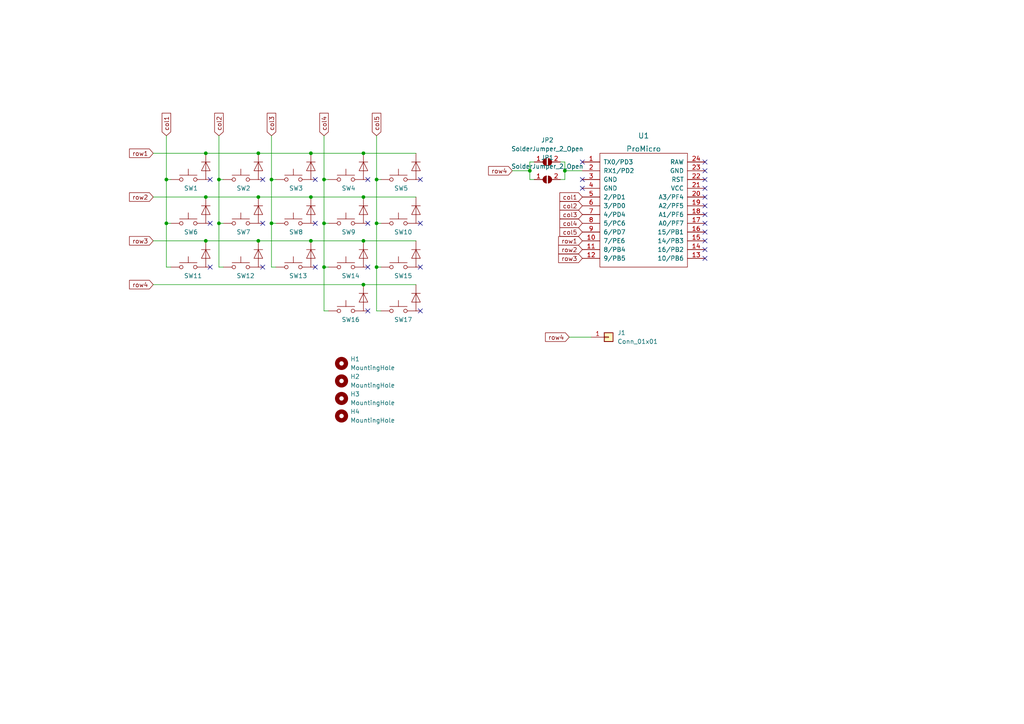
<source format=kicad_sch>
(kicad_sch (version 20211123) (generator eeschema)
  (paper "A4")
  (lib_symbols
    (symbol "Connector_Generic:Conn_01x01" (pin_names (offset 1.016) hide)
      (property "Reference" "J" (at 0 2.54 0))
      (property "Value" "Conn_01x01" (at 0 -2.54 0))
      (symbol "Conn_01x01_1_1"
        (rectangle (start -1.27 0.127) (end 0 -0.127) (stroke (width 0.1524)))
        (rectangle (start -1.27 1.27) (end 1.27 -1.27) (stroke (width 0.254)) (fill (type background)))
        (pin passive line (at -5.08 0 0) (length 3.81) (name "Pin_1") (number "1"))
      )
    )
    (symbol "Jumper:SolderJumper_2_Open" (pin_names (offset 0) hide)
      (property "Reference" "JP" (at 0 2.032 0))
      (property "Value" "SolderJumper_2_Open" (at 0 -2.54 0))
      (symbol "SolderJumper_2_Open_0_1"
        (arc (start -0.254 1.016) (mid -1.27 0) (end -0.254 -1.016))
        (arc (start -0.254 1.016) (mid -1.27 0) (end -0.254 -1.016) (fill (type outline)))
        (polyline (pts (xy -0.254 1.016) (xy -0.254 -1.016)))
        (polyline (pts (xy 0.254 1.016) (xy 0.254 -1.016)))
        (arc (start 0.254 -1.016) (mid 1.27 0) (end 0.254 1.016))
        (arc (start 0.254 -1.016) (mid 1.27 0) (end 0.254 1.016) (fill (type outline)))
      )
      (symbol "SolderJumper_2_Open_1_1"
        (pin passive line (at -3.81 0 0) (length 2.54) (name "A") (number "1"))
        (pin passive line (at 3.81 0 180) (length 2.54) (name "B") (number "2"))
      )
    )
    (symbol "Mechanical:MountingHole" (pin_names (offset 1.016))
      (property "Reference" "H" (at 0 5.08 0))
      (property "Value" "MountingHole" (at 0 3.175 0))
      (symbol "MountingHole_0_1"
        (circle (center 0 0) (radius 1.27) (stroke (width 1.27)))
      )
    )
    (symbol "SW_Diode_Combined_1" (pin_numbers hide) (pin_names (offset 1.016) hide)
      (property "Reference" "SW" (at -2.54 6.35 0))
      (symbol "SW_Diode_Combined_1_0_1"
        (circle (center -2.032 0) (radius 0.508))
        (polyline (pts (xy 0 1.27) (xy 0 3.048)))
        (polyline (pts (xy 2.54 1.27) (xy -2.54 1.27)))
        (polyline (pts (xy 3.81 5.08) (xy 6.35 5.08)))
        (polyline (pts (xy 5.08 0) (xy 2.54 0)))
        (polyline (pts (xy 5.08 2.54) (xy 5.08 5.08)))
        (polyline (pts (xy 5.08 0) (xy 5.08 2.54) (xy 3.81 2.54) (xy 5.08 5.08) (xy 6.35 2.54) (xy 5.08 2.54)))
        (circle (center 2.032 0) (radius 0.508))
        (pin passive line (at -5.08 0 0) (length 2.54) (name "1") (number "1"))
        (pin passive line (at 6.35 0 180) (length 1.27) (name "2") (number "2"))
        (pin passive line (at 5.08 7.62 270) (length 2.54) (name "3") (number "3"))
      )
    )
    (symbol "SW_Diode_Combined_10" (pin_numbers hide) (pin_names (offset 1.016) hide)
      (property "Reference" "SW" (at -2.54 6.35 0))
      (symbol "SW_Diode_Combined_10_0_1"
        (circle (center -2.032 0) (radius 0.508))
        (polyline (pts (xy 0 1.27) (xy 0 3.048)))
        (polyline (pts (xy 2.54 1.27) (xy -2.54 1.27)))
        (polyline (pts (xy 3.81 5.08) (xy 6.35 5.08)))
        (polyline (pts (xy 5.08 0) (xy 2.54 0)))
        (polyline (pts (xy 5.08 2.54) (xy 5.08 5.08)))
        (polyline (pts (xy 5.08 0) (xy 5.08 2.54) (xy 3.81 2.54) (xy 5.08 5.08) (xy 6.35 2.54) (xy 5.08 2.54)))
        (circle (center 2.032 0) (radius 0.508))
        (pin passive line (at -5.08 0 0) (length 2.54) (name "1") (number "1"))
        (pin passive line (at 6.35 0 180) (length 1.27) (name "2") (number "2"))
        (pin passive line (at 5.08 7.62 270) (length 2.54) (name "3") (number "3"))
      )
    )
    (symbol "SW_Diode_Combined_11" (pin_numbers hide) (pin_names (offset 1.016) hide)
      (property "Reference" "SW" (at -2.54 6.35 0))
      (symbol "SW_Diode_Combined_11_0_1"
        (circle (center -2.032 0) (radius 0.508))
        (polyline (pts (xy 0 1.27) (xy 0 3.048)))
        (polyline (pts (xy 2.54 1.27) (xy -2.54 1.27)))
        (polyline (pts (xy 3.81 5.08) (xy 6.35 5.08)))
        (polyline (pts (xy 5.08 0) (xy 2.54 0)))
        (polyline (pts (xy 5.08 2.54) (xy 5.08 5.08)))
        (polyline (pts (xy 5.08 0) (xy 5.08 2.54) (xy 3.81 2.54) (xy 5.08 5.08) (xy 6.35 2.54) (xy 5.08 2.54)))
        (circle (center 2.032 0) (radius 0.508))
        (pin passive line (at -5.08 0 0) (length 2.54) (name "1") (number "1"))
        (pin passive line (at 6.35 0 180) (length 1.27) (name "2") (number "2"))
        (pin passive line (at 5.08 7.62 270) (length 2.54) (name "3") (number "3"))
      )
    )
    (symbol "SW_Diode_Combined_12" (pin_numbers hide) (pin_names (offset 1.016) hide)
      (property "Reference" "SW" (at -2.54 6.35 0))
      (symbol "SW_Diode_Combined_12_0_1"
        (circle (center -2.032 0) (radius 0.508))
        (polyline (pts (xy 0 1.27) (xy 0 3.048)))
        (polyline (pts (xy 2.54 1.27) (xy -2.54 1.27)))
        (polyline (pts (xy 3.81 5.08) (xy 6.35 5.08)))
        (polyline (pts (xy 5.08 0) (xy 2.54 0)))
        (polyline (pts (xy 5.08 2.54) (xy 5.08 5.08)))
        (polyline (pts (xy 5.08 0) (xy 5.08 2.54) (xy 3.81 2.54) (xy 5.08 5.08) (xy 6.35 2.54) (xy 5.08 2.54)))
        (circle (center 2.032 0) (radius 0.508))
        (pin passive line (at -5.08 0 0) (length 2.54) (name "1") (number "1"))
        (pin passive line (at 6.35 0 180) (length 1.27) (name "2") (number "2"))
        (pin passive line (at 5.08 7.62 270) (length 2.54) (name "3") (number "3"))
      )
    )
    (symbol "SW_Diode_Combined_13" (pin_numbers hide) (pin_names (offset 1.016) hide)
      (property "Reference" "SW" (at -2.54 6.35 0))
      (symbol "SW_Diode_Combined_13_0_1"
        (circle (center -2.032 0) (radius 0.508))
        (polyline (pts (xy 0 1.27) (xy 0 3.048)))
        (polyline (pts (xy 2.54 1.27) (xy -2.54 1.27)))
        (polyline (pts (xy 3.81 5.08) (xy 6.35 5.08)))
        (polyline (pts (xy 5.08 0) (xy 2.54 0)))
        (polyline (pts (xy 5.08 2.54) (xy 5.08 5.08)))
        (polyline (pts (xy 5.08 0) (xy 5.08 2.54) (xy 3.81 2.54) (xy 5.08 5.08) (xy 6.35 2.54) (xy 5.08 2.54)))
        (circle (center 2.032 0) (radius 0.508))
        (pin passive line (at -5.08 0 0) (length 2.54) (name "1") (number "1"))
        (pin passive line (at 6.35 0 180) (length 1.27) (name "2") (number "2"))
        (pin passive line (at 5.08 7.62 270) (length 2.54) (name "3") (number "3"))
      )
    )
    (symbol "SW_Diode_Combined_14" (pin_numbers hide) (pin_names (offset 1.016) hide)
      (property "Reference" "SW" (at -2.54 6.35 0))
      (symbol "SW_Diode_Combined_14_0_1"
        (circle (center -2.032 0) (radius 0.508))
        (polyline (pts (xy 0 1.27) (xy 0 3.048)))
        (polyline (pts (xy 2.54 1.27) (xy -2.54 1.27)))
        (polyline (pts (xy 3.81 5.08) (xy 6.35 5.08)))
        (polyline (pts (xy 5.08 0) (xy 2.54 0)))
        (polyline (pts (xy 5.08 2.54) (xy 5.08 5.08)))
        (polyline (pts (xy 5.08 0) (xy 5.08 2.54) (xy 3.81 2.54) (xy 5.08 5.08) (xy 6.35 2.54) (xy 5.08 2.54)))
        (circle (center 2.032 0) (radius 0.508))
        (pin passive line (at -5.08 0 0) (length 2.54) (name "1") (number "1"))
        (pin passive line (at 6.35 0 180) (length 1.27) (name "2") (number "2"))
        (pin passive line (at 5.08 7.62 270) (length 2.54) (name "3") (number "3"))
      )
    )
    (symbol "SW_Diode_Combined_15" (pin_numbers hide) (pin_names (offset 1.016) hide)
      (property "Reference" "SW" (at -2.54 6.35 0))
      (symbol "SW_Diode_Combined_15_0_1"
        (circle (center -2.032 0) (radius 0.508))
        (polyline (pts (xy 0 1.27) (xy 0 3.048)))
        (polyline (pts (xy 2.54 1.27) (xy -2.54 1.27)))
        (polyline (pts (xy 3.81 5.08) (xy 6.35 5.08)))
        (polyline (pts (xy 5.08 0) (xy 2.54 0)))
        (polyline (pts (xy 5.08 2.54) (xy 5.08 5.08)))
        (polyline (pts (xy 5.08 0) (xy 5.08 2.54) (xy 3.81 2.54) (xy 5.08 5.08) (xy 6.35 2.54) (xy 5.08 2.54)))
        (circle (center 2.032 0) (radius 0.508))
        (pin passive line (at -5.08 0 0) (length 2.54) (name "1") (number "1"))
        (pin passive line (at 6.35 0 180) (length 1.27) (name "2") (number "2"))
        (pin passive line (at 5.08 7.62 270) (length 2.54) (name "3") (number "3"))
      )
    )
    (symbol "SW_Diode_Combined_16" (pin_numbers hide) (pin_names (offset 1.016) hide)
      (property "Reference" "SW" (at -2.54 6.35 0))
      (symbol "SW_Diode_Combined_16_0_1"
        (circle (center -2.032 0) (radius 0.508))
        (polyline (pts (xy 0 1.27) (xy 0 3.048)))
        (polyline (pts (xy 2.54 1.27) (xy -2.54 1.27)))
        (polyline (pts (xy 3.81 5.08) (xy 6.35 5.08)))
        (polyline (pts (xy 5.08 0) (xy 2.54 0)))
        (polyline (pts (xy 5.08 2.54) (xy 5.08 5.08)))
        (polyline (pts (xy 5.08 0) (xy 5.08 2.54) (xy 3.81 2.54) (xy 5.08 5.08) (xy 6.35 2.54) (xy 5.08 2.54)))
        (circle (center 2.032 0) (radius 0.508))
        (pin passive line (at -5.08 0 0) (length 2.54) (name "1") (number "1"))
        (pin passive line (at 6.35 0 180) (length 1.27) (name "2") (number "2"))
        (pin passive line (at 5.08 7.62 270) (length 2.54) (name "3") (number "3"))
      )
    )
    (symbol "SW_Diode_Combined_2" (pin_numbers hide) (pin_names (offset 1.016) hide)
      (property "Reference" "SW" (at -2.54 6.35 0))
      (symbol "SW_Diode_Combined_2_0_1"
        (circle (center -2.032 0) (radius 0.508))
        (polyline (pts (xy 0 1.27) (xy 0 3.048)))
        (polyline (pts (xy 2.54 1.27) (xy -2.54 1.27)))
        (polyline (pts (xy 3.81 5.08) (xy 6.35 5.08)))
        (polyline (pts (xy 5.08 0) (xy 2.54 0)))
        (polyline (pts (xy 5.08 2.54) (xy 5.08 5.08)))
        (polyline (pts (xy 5.08 0) (xy 5.08 2.54) (xy 3.81 2.54) (xy 5.08 5.08) (xy 6.35 2.54) (xy 5.08 2.54)))
        (circle (center 2.032 0) (radius 0.508))
        (pin passive line (at -5.08 0 0) (length 2.54) (name "1") (number "1"))
        (pin passive line (at 6.35 0 180) (length 1.27) (name "2") (number "2"))
        (pin passive line (at 5.08 7.62 270) (length 2.54) (name "3") (number "3"))
      )
    )
    (symbol "SW_Diode_Combined_3" (pin_numbers hide) (pin_names (offset 1.016) hide)
      (property "Reference" "SW" (at -2.54 6.35 0))
      (symbol "SW_Diode_Combined_3_0_1"
        (circle (center -2.032 0) (radius 0.508))
        (polyline (pts (xy 0 1.27) (xy 0 3.048)))
        (polyline (pts (xy 2.54 1.27) (xy -2.54 1.27)))
        (polyline (pts (xy 3.81 5.08) (xy 6.35 5.08)))
        (polyline (pts (xy 5.08 0) (xy 2.54 0)))
        (polyline (pts (xy 5.08 2.54) (xy 5.08 5.08)))
        (polyline (pts (xy 5.08 0) (xy 5.08 2.54) (xy 3.81 2.54) (xy 5.08 5.08) (xy 6.35 2.54) (xy 5.08 2.54)))
        (circle (center 2.032 0) (radius 0.508))
        (pin passive line (at -5.08 0 0) (length 2.54) (name "1") (number "1"))
        (pin passive line (at 6.35 0 180) (length 1.27) (name "2") (number "2"))
        (pin passive line (at 5.08 7.62 270) (length 2.54) (name "3") (number "3"))
      )
    )
    (symbol "SW_Diode_Combined_4" (pin_numbers hide) (pin_names (offset 1.016) hide)
      (property "Reference" "SW" (at -2.54 6.35 0))
      (symbol "SW_Diode_Combined_4_0_1"
        (circle (center -2.032 0) (radius 0.508))
        (polyline (pts (xy 0 1.27) (xy 0 3.048)))
        (polyline (pts (xy 2.54 1.27) (xy -2.54 1.27)))
        (polyline (pts (xy 3.81 5.08) (xy 6.35 5.08)))
        (polyline (pts (xy 5.08 0) (xy 2.54 0)))
        (polyline (pts (xy 5.08 2.54) (xy 5.08 5.08)))
        (polyline (pts (xy 5.08 0) (xy 5.08 2.54) (xy 3.81 2.54) (xy 5.08 5.08) (xy 6.35 2.54) (xy 5.08 2.54)))
        (circle (center 2.032 0) (radius 0.508))
        (pin passive line (at -5.08 0 0) (length 2.54) (name "1") (number "1"))
        (pin passive line (at 6.35 0 180) (length 1.27) (name "2") (number "2"))
        (pin passive line (at 5.08 7.62 270) (length 2.54) (name "3") (number "3"))
      )
    )
    (symbol "SW_Diode_Combined_5" (pin_numbers hide) (pin_names (offset 1.016) hide)
      (property "Reference" "SW" (at -2.54 6.35 0))
      (symbol "SW_Diode_Combined_5_0_1"
        (circle (center -2.032 0) (radius 0.508))
        (polyline (pts (xy 0 1.27) (xy 0 3.048)))
        (polyline (pts (xy 2.54 1.27) (xy -2.54 1.27)))
        (polyline (pts (xy 3.81 5.08) (xy 6.35 5.08)))
        (polyline (pts (xy 5.08 0) (xy 2.54 0)))
        (polyline (pts (xy 5.08 2.54) (xy 5.08 5.08)))
        (polyline (pts (xy 5.08 0) (xy 5.08 2.54) (xy 3.81 2.54) (xy 5.08 5.08) (xy 6.35 2.54) (xy 5.08 2.54)))
        (circle (center 2.032 0) (radius 0.508))
        (pin passive line (at -5.08 0 0) (length 2.54) (name "1") (number "1"))
        (pin passive line (at 6.35 0 180) (length 1.27) (name "2") (number "2"))
        (pin passive line (at 5.08 7.62 270) (length 2.54) (name "3") (number "3"))
      )
    )
    (symbol "SW_Diode_Combined_6" (pin_numbers hide) (pin_names (offset 1.016) hide)
      (property "Reference" "SW" (at -2.54 6.35 0))
      (symbol "SW_Diode_Combined_6_0_1"
        (circle (center -2.032 0) (radius 0.508))
        (polyline (pts (xy 0 1.27) (xy 0 3.048)))
        (polyline (pts (xy 2.54 1.27) (xy -2.54 1.27)))
        (polyline (pts (xy 3.81 5.08) (xy 6.35 5.08)))
        (polyline (pts (xy 5.08 0) (xy 2.54 0)))
        (polyline (pts (xy 5.08 2.54) (xy 5.08 5.08)))
        (polyline (pts (xy 5.08 0) (xy 5.08 2.54) (xy 3.81 2.54) (xy 5.08 5.08) (xy 6.35 2.54) (xy 5.08 2.54)))
        (circle (center 2.032 0) (radius 0.508))
        (pin passive line (at -5.08 0 0) (length 2.54) (name "1") (number "1"))
        (pin passive line (at 6.35 0 180) (length 1.27) (name "2") (number "2"))
        (pin passive line (at 5.08 7.62 270) (length 2.54) (name "3") (number "3"))
      )
    )
    (symbol "SW_Diode_Combined_7" (pin_numbers hide) (pin_names (offset 1.016) hide)
      (property "Reference" "SW" (at -2.54 6.35 0))
      (symbol "SW_Diode_Combined_7_0_1"
        (circle (center -2.032 0) (radius 0.508))
        (polyline (pts (xy 0 1.27) (xy 0 3.048)))
        (polyline (pts (xy 2.54 1.27) (xy -2.54 1.27)))
        (polyline (pts (xy 3.81 5.08) (xy 6.35 5.08)))
        (polyline (pts (xy 5.08 0) (xy 2.54 0)))
        (polyline (pts (xy 5.08 2.54) (xy 5.08 5.08)))
        (polyline (pts (xy 5.08 0) (xy 5.08 2.54) (xy 3.81 2.54) (xy 5.08 5.08) (xy 6.35 2.54) (xy 5.08 2.54)))
        (circle (center 2.032 0) (radius 0.508))
        (pin passive line (at -5.08 0 0) (length 2.54) (name "1") (number "1"))
        (pin passive line (at 6.35 0 180) (length 1.27) (name "2") (number "2"))
        (pin passive line (at 5.08 7.62 270) (length 2.54) (name "3") (number "3"))
      )
    )
    (symbol "SW_Diode_Combined_8" (pin_numbers hide) (pin_names (offset 1.016) hide)
      (property "Reference" "SW" (at -2.54 6.35 0))
      (symbol "SW_Diode_Combined_8_0_1"
        (circle (center -2.032 0) (radius 0.508))
        (polyline (pts (xy 0 1.27) (xy 0 3.048)))
        (polyline (pts (xy 2.54 1.27) (xy -2.54 1.27)))
        (polyline (pts (xy 3.81 5.08) (xy 6.35 5.08)))
        (polyline (pts (xy 5.08 0) (xy 2.54 0)))
        (polyline (pts (xy 5.08 2.54) (xy 5.08 5.08)))
        (polyline (pts (xy 5.08 0) (xy 5.08 2.54) (xy 3.81 2.54) (xy 5.08 5.08) (xy 6.35 2.54) (xy 5.08 2.54)))
        (circle (center 2.032 0) (radius 0.508))
        (pin passive line (at -5.08 0 0) (length 2.54) (name "1") (number "1"))
        (pin passive line (at 6.35 0 180) (length 1.27) (name "2") (number "2"))
        (pin passive line (at 5.08 7.62 270) (length 2.54) (name "3") (number "3"))
      )
    )
    (symbol "SW_Diode_Combined_9" (pin_numbers hide) (pin_names (offset 1.016) hide)
      (property "Reference" "SW" (at -2.54 6.35 0))
      (symbol "SW_Diode_Combined_9_0_1"
        (circle (center -2.032 0) (radius 0.508))
        (polyline (pts (xy 0 1.27) (xy 0 3.048)))
        (polyline (pts (xy 2.54 1.27) (xy -2.54 1.27)))
        (polyline (pts (xy 3.81 5.08) (xy 6.35 5.08)))
        (polyline (pts (xy 5.08 0) (xy 2.54 0)))
        (polyline (pts (xy 5.08 2.54) (xy 5.08 5.08)))
        (polyline (pts (xy 5.08 0) (xy 5.08 2.54) (xy 3.81 2.54) (xy 5.08 5.08) (xy 6.35 2.54) (xy 5.08 2.54)))
        (circle (center 2.032 0) (radius 0.508))
        (pin passive line (at -5.08 0 0) (length 2.54) (name "1") (number "1"))
        (pin passive line (at 6.35 0 180) (length 1.27) (name "2") (number "2"))
        (pin passive line (at 5.08 7.62 270) (length 2.54) (name "3") (number "3"))
      )
    )
    (symbol "dotleon:SW_Diode_Combined" (pin_numbers hide) (pin_names (offset 1.016) hide)
      (property "Reference" "SW" (at -2.54 6.35 0))
      (symbol "SW_Diode_Combined_0_1"
        (circle (center -2.032 0) (radius 0.508))
        (polyline (pts (xy 0 1.27) (xy 0 3.048)))
        (polyline (pts (xy 2.54 1.27) (xy -2.54 1.27)))
        (polyline (pts (xy 3.81 5.08) (xy 6.35 5.08)))
        (polyline (pts (xy 5.08 0) (xy 2.54 0)))
        (polyline (pts (xy 5.08 2.54) (xy 5.08 5.08)))
        (polyline (pts (xy 5.08 0) (xy 5.08 2.54) (xy 3.81 2.54) (xy 5.08 5.08) (xy 6.35 2.54) (xy 5.08 2.54)))
        (circle (center 2.032 0) (radius 0.508))
        (pin passive line (at -5.08 0 0) (length 2.54) (name "1") (number "1"))
        (pin passive line (at 6.35 0 180) (length 1.27) (name "2") (number "2"))
        (pin passive line (at 5.08 7.62 270) (length 2.54) (name "3") (number "3"))
      )
    )
    (symbol "keebio:ProMicro" (pin_names (offset 1.016))
      (property "Reference" "U" (at 0 0 0))
      (property "Value" "ProMicro" (at 0 -19.05 0))
      (symbol "ProMicro_0_1"
        (rectangle (start -12.7 -16.51) (end 12.7 16.51))
      )
      (symbol "ProMicro_1_1"
        (pin input line (at -17.78 13.97 0) (length 5.08) (name "TX0/PD3") (number "1"))
        (pin input line (at -17.78 -8.89 0) (length 5.08) (name "7/PE6") (number "10"))
        (pin input line (at -17.78 -11.43 0) (length 5.08) (name "8/PB4") (number "11"))
        (pin input line (at -17.78 -13.97 0) (length 5.08) (name "9/PB5") (number "12"))
        (pin input line (at 17.78 -13.97 180) (length 5.08) (name "10/PB6") (number "13"))
        (pin input line (at 17.78 -11.43 180) (length 5.08) (name "16/PB2") (number "14"))
        (pin input line (at 17.78 -8.89 180) (length 5.08) (name "14/PB3") (number "15"))
        (pin input line (at 17.78 -6.35 180) (length 5.08) (name "15/PB1") (number "16"))
        (pin input line (at 17.78 -3.81 180) (length 5.08) (name "A0/PF7") (number "17"))
        (pin input line (at 17.78 -1.27 180) (length 5.08) (name "A1/PF6") (number "18"))
        (pin input line (at 17.78 1.27 180) (length 5.08) (name "A2/PF5") (number "19"))
        (pin input line (at -17.78 11.43 0) (length 5.08) (name "RX1/PD2") (number "2"))
        (pin input line (at 17.78 3.81 180) (length 5.08) (name "A3/PF4") (number "20"))
        (pin input line (at 17.78 6.35 180) (length 5.08) (name "VCC") (number "21"))
        (pin input line (at 17.78 8.89 180) (length 5.08) (name "RST") (number "22"))
        (pin input line (at 17.78 11.43 180) (length 5.08) (name "GND") (number "23"))
        (pin input line (at 17.78 13.97 180) (length 5.08) (name "RAW") (number "24"))
        (pin input line (at -17.78 8.89 0) (length 5.08) (name "GND") (number "3"))
        (pin input line (at -17.78 6.35 0) (length 5.08) (name "GND") (number "4"))
        (pin input line (at -17.78 3.81 0) (length 5.08) (name "2/PD1") (number "5"))
        (pin input line (at -17.78 1.27 0) (length 5.08) (name "3/PD0") (number "6"))
        (pin input line (at -17.78 -1.27 0) (length 5.08) (name "4/PD4") (number "7"))
        (pin input line (at -17.78 -3.81 0) (length 5.08) (name "5/PC6") (number "8"))
        (pin input line (at -17.78 -6.35 0) (length 5.08) (name "6/PD7") (number "9"))
      )
    )
  )
  (junction (at 93.98 64.77))
  (junction (at 109.22 52.07))
  (junction (at 105.41 44.45))
  (junction (at 90.17 69.85))
  (junction (at 90.17 57.15))
  (junction (at 90.17 44.45))
  (junction (at 78.74 64.77))
  (junction (at 109.22 77.47))
  (junction (at 74.93 44.45))
  (junction (at 59.69 44.45))
  (junction (at 63.5 52.07))
  (junction (at 105.41 57.15))
  (junction (at 93.98 77.47))
  (junction (at 59.69 57.15))
  (junction (at 163.83 49.53))
  (junction (at 48.26 52.07))
  (junction (at 93.98 52.07))
  (junction (at 59.69 69.85))
  (junction (at 48.26 64.77))
  (junction (at 74.93 57.15))
  (junction (at 78.74 52.07))
  (junction (at 74.93 69.85))
  (junction (at 63.5 64.77))
  (junction (at 109.22 64.77))
  (junction (at 153.67 49.53))
  (junction (at 105.41 82.55))
  (junction (at 105.41 69.85))
  (no_connect (at 204.47 59.69))
  (no_connect (at 204.47 62.23))
  (no_connect (at 204.47 64.77))
  (no_connect (at 204.47 67.31))
  (no_connect (at 204.47 69.85))
  (no_connect (at 204.47 72.39))
  (no_connect (at 204.47 74.93))
  (no_connect (at 204.47 46.99))
  (no_connect (at 204.47 49.53))
  (no_connect (at 204.47 52.07))
  (no_connect (at 204.47 54.61))
  (no_connect (at 204.47 57.15))
  (no_connect (at 168.91 54.61))
  (no_connect (at 168.91 46.99))
  (no_connect (at 168.91 52.07))
  (no_connect (at 91.44 52.07))
  (no_connect (at 76.2 52.07))
  (no_connect (at 76.2 64.77))
  (no_connect (at 91.44 64.77))
  (no_connect (at 106.68 64.77))
  (no_connect (at 106.68 52.07))
  (no_connect (at 121.92 77.47))
  (no_connect (at 121.92 52.07))
  (no_connect (at 121.92 64.77))
  (no_connect (at 106.68 77.47))
  (no_connect (at 106.68 90.17))
  (no_connect (at 121.92 90.17))
  (no_connect (at 60.96 52.07))
  (no_connect (at 60.96 64.77))
  (no_connect (at 60.96 77.47))
  (no_connect (at 76.2 77.47))
  (no_connect (at 91.44 77.47))
  (wire (pts (xy 78.74 39.37) (xy 78.74 52.07)))
  (wire (pts (xy 93.98 39.37) (xy 93.98 52.07)))
  (wire (pts (xy 105.41 82.55) (xy 120.65 82.55)))
  (wire (pts (xy 63.5 52.07) (xy 64.77 52.07)))
  (wire (pts (xy 78.74 52.07) (xy 80.01 52.07)))
  (wire (pts (xy 78.74 52.07) (xy 78.74 64.77)))
  (wire (pts (xy 48.26 52.07) (xy 48.26 64.77)))
  (wire (pts (xy 109.22 52.07) (xy 109.22 64.77)))
  (wire (pts (xy 63.5 39.37) (xy 63.5 52.07)))
  (wire (pts (xy 163.83 49.53) (xy 163.83 46.99)))
  (wire (pts (xy 163.83 49.53) (xy 163.83 52.07)))
  (wire (pts (xy 44.45 57.15) (xy 59.69 57.15)))
  (wire (pts (xy 93.98 64.77) (xy 93.98 77.47)))
  (wire (pts (xy 109.22 64.77) (xy 110.49 64.77)))
  (wire (pts (xy 48.26 77.47) (xy 49.53 77.47)))
  (wire (pts (xy 63.5 52.07) (xy 63.5 64.77)))
  (wire (pts (xy 90.17 69.85) (xy 105.41 69.85)))
  (wire (pts (xy 153.67 52.07) (xy 153.67 49.53)))
  (wire (pts (xy 93.98 52.07) (xy 95.25 52.07)))
  (wire (pts (xy 93.98 52.07) (xy 93.98 64.77)))
  (wire (pts (xy 165.1 97.79) (xy 171.45 97.79)))
  (wire (pts (xy 105.41 69.85) (xy 120.65 69.85)))
  (wire (pts (xy 109.22 90.17) (xy 110.49 90.17)))
  (wire (pts (xy 105.41 57.15) (xy 120.65 57.15)))
  (wire (pts (xy 48.26 64.77) (xy 49.53 64.77)))
  (wire (pts (xy 59.69 44.45) (xy 74.93 44.45)))
  (wire (pts (xy 48.26 52.07) (xy 49.53 52.07)))
  (wire (pts (xy 63.5 64.77) (xy 63.5 77.47)))
  (wire (pts (xy 44.45 44.45) (xy 59.69 44.45)))
  (wire (pts (xy 105.41 44.45) (xy 120.65 44.45)))
  (wire (pts (xy 48.26 39.37) (xy 48.26 52.07)))
  (wire (pts (xy 109.22 39.37) (xy 109.22 52.07)))
  (wire (pts (xy 44.45 69.85) (xy 59.69 69.85)))
  (wire (pts (xy 109.22 64.77) (xy 109.22 77.47)))
  (wire (pts (xy 74.93 57.15) (xy 90.17 57.15)))
  (wire (pts (xy 59.69 57.15) (xy 74.93 57.15)))
  (wire (pts (xy 109.22 52.07) (xy 110.49 52.07)))
  (wire (pts (xy 74.93 69.85) (xy 90.17 69.85)))
  (wire (pts (xy 109.22 77.47) (xy 110.49 77.47)))
  (wire (pts (xy 78.74 64.77) (xy 80.01 64.77)))
  (wire (pts (xy 63.5 77.47) (xy 64.77 77.47)))
  (wire (pts (xy 163.83 52.07) (xy 162.56 52.07)))
  (wire (pts (xy 59.69 69.85) (xy 74.93 69.85)))
  (wire (pts (xy 154.94 46.99) (xy 153.67 46.99)))
  (wire (pts (xy 78.74 77.47) (xy 80.01 77.47)))
  (wire (pts (xy 90.17 44.45) (xy 105.41 44.45)))
  (wire (pts (xy 44.45 82.55) (xy 105.41 82.55)))
  (wire (pts (xy 78.74 64.77) (xy 78.74 77.47)))
  (wire (pts (xy 48.26 64.77) (xy 48.26 77.47)))
  (wire (pts (xy 74.93 44.45) (xy 90.17 44.45)))
  (wire (pts (xy 93.98 64.77) (xy 95.25 64.77)))
  (wire (pts (xy 93.98 90.17) (xy 95.25 90.17)))
  (wire (pts (xy 162.56 46.99) (xy 163.83 46.99)))
  (wire (pts (xy 109.22 77.47) (xy 109.22 90.17)))
  (wire (pts (xy 90.17 57.15) (xy 105.41 57.15)))
  (wire (pts (xy 93.98 77.47) (xy 93.98 90.17)))
  (wire (pts (xy 153.67 46.99) (xy 153.67 49.53)))
  (wire (pts (xy 93.98 77.47) (xy 95.25 77.47)))
  (wire (pts (xy 153.67 49.53) (xy 148.59 49.53)))
  (wire (pts (xy 168.91 49.53) (xy 163.83 49.53)))
  (wire (pts (xy 63.5 64.77) (xy 64.77 64.77)))
  (wire (pts (xy 154.94 52.07) (xy 153.67 52.07)))
  (global_label "row1" (shape input) (at 44.45 44.45 180) (property "Intersheet References" "${INTERSHEET_REFS}" (effects hide)))
  (global_label "col1" (shape input) (at 168.91 57.15 180) (property "Intersheet References" "${INTERSHEET_REFS}" (effects hide)))
  (global_label "col2" (shape input) (at 63.5 39.37 90) (property "Intersheet References" "${INTERSHEET_REFS}" (effects hide)))
  (global_label "col4" (shape input) (at 93.98 39.37 90) (property "Intersheet References" "${INTERSHEET_REFS}" (effects hide)))
  (global_label "col1" (shape input) (at 48.26 39.37 90) (property "Intersheet References" "${INTERSHEET_REFS}" (effects hide)))
  (global_label "col4" (shape input) (at 168.91 64.77 180) (property "Intersheet References" "${INTERSHEET_REFS}" (effects hide)))
  (global_label "col2" (shape input) (at 168.91 59.69 180) (property "Intersheet References" "${INTERSHEET_REFS}" (effects hide)))
  (global_label "row3" (shape input) (at 44.45 69.85 180) (property "Intersheet References" "${INTERSHEET_REFS}" (effects hide)))
  (global_label "row2" (shape input) (at 168.91 72.39 180) (property "Intersheet References" "${INTERSHEET_REFS}" (effects hide)))
  (global_label "row3" (shape input) (at 168.91 74.93 180) (property "Intersheet References" "${INTERSHEET_REFS}" (effects hide)))
  (global_label "col5" (shape input) (at 168.91 67.31 180) (property "Intersheet References" "${INTERSHEET_REFS}" (effects hide)))
  (global_label "col5" (shape input) (at 109.22 39.37 90) (property "Intersheet References" "${INTERSHEET_REFS}" (effects hide)))
  (global_label "row4" (shape input) (at 165.1 97.79 180) (property "Intersheet References" "${INTERSHEET_REFS}" (effects hide)))
  (global_label "col3" (shape input) (at 168.91 62.23 180) (property "Intersheet References" "${INTERSHEET_REFS}" (effects hide)))
  (global_label "col3" (shape input) (at 78.74 39.37 90) (property "Intersheet References" "${INTERSHEET_REFS}" (effects hide)))
  (global_label "row4" (shape input) (at 44.45 82.55 180) (property "Intersheet References" "${INTERSHEET_REFS}" (effects hide)))
  (global_label "row1" (shape input) (at 168.91 69.85 180) (property "Intersheet References" "${INTERSHEET_REFS}" (effects hide)))
  (global_label "row2" (shape input) (at 44.45 57.15 180) (property "Intersheet References" "${INTERSHEET_REFS}" (effects hide)))
  (global_label "row4" (shape input) (at 148.59 49.53 180) (property "Intersheet References" "${INTERSHEET_REFS}" (effects hide)))
  (symbol (lib_id "Mechanical:MountingHole") (at 99.06 120.65 0) (unit 1)
    (property "Reference" "H4" (at 101.6 119.3799 0) (effects (justify left)))
    (property "Value" "MountingHole" (at 101.6 121.9199 0) (effects (justify left)))
    (property "Footprint" "MountingHole:MountingHole_2.2mm_M2_Pad_Via" (effects hide))
  )
  (symbol (lib_name "SW_Diode_Combined_5") (lib_id "dotleon:SW_Diode_Combined") (at 100.33 64.77 0) (unit 1)
    (property "Reference" "SW9" (at 99.06 67.31 0) (effects (justify left)))
    (property "Value" "SW_Diode_Combined" (effects hide))
    (property "Footprint" "dotleon:SW_MX_GATLP_CHOC_reversible" (effects hide))
  )
  (symbol (lib_name "SW_Diode_Combined_13") (lib_id "dotleon:SW_Diode_Combined") (at 54.61 52.07 0) (unit 1)
    (property "Reference" "SW1" (at 53.34 54.61 0) (effects (justify left)))
    (property "Value" "SW_Diode_Combined" (effects hide))
    (property "Footprint" "dotleon:SW_MX_GATLP_CHOC_reversible" (effects hide))
  )
  (symbol (lib_name "SW_Diode_Combined_6") (lib_id "dotleon:SW_Diode_Combined") (at 100.33 52.07 0) (unit 1)
    (property "Reference" "SW4" (at 99.06 54.61 0) (effects (justify left)))
    (property "Value" "SW_Diode_Combined" (effects hide))
    (property "Footprint" "dotleon:SW_MX_GATLP_CHOC_reversible" (effects hide))
  )
  (symbol (lib_id "Mechanical:MountingHole") (at 99.06 105.41 0) (unit 1)
    (property "Reference" "H1" (at 101.6 104.1399 0) (effects (justify left)))
    (property "Value" "MountingHole" (at 101.6 106.6799 0) (effects (justify left)))
    (property "Footprint" "MountingHole:MountingHole_2.2mm_M2_Pad_Via" (effects hide))
  )
  (symbol (lib_id "Jumper:SolderJumper_2_Open") (at 158.75 46.99 0) (unit 1)
    (property "Reference" "JP2" (at 158.75 40.64 0))
    (property "Value" "SolderJumper_2_Open" (at 158.75 43.18 0))
    (property "Footprint" "Jumper:SolderJumper-2_P1.3mm_Open_TrianglePad1.0x1.5mm" (effects hide))
  )
  (symbol (lib_name "SW_Diode_Combined_16") (lib_id "dotleon:SW_Diode_Combined") (at 69.85 77.47 0) (unit 1)
    (property "Reference" "SW12" (at 68.58 80.01 0) (effects (justify left)))
    (property "Value" "SW_Diode_Combined" (effects hide))
    (property "Footprint" "dotleon:SW_MX_GATLP_CHOC_reversible" (effects hide))
  )
  (symbol (lib_name "SW_Diode_Combined_7") (lib_id "dotleon:SW_Diode_Combined") (at 115.57 77.47 0) (unit 1)
    (property "Reference" "SW15" (at 114.3 80.01 0) (effects (justify left)))
    (property "Value" "SW_Diode_Combined" (effects hide))
    (property "Footprint" "dotleon:SW_MX_GATLP_CHOC_reversible" (effects hide))
  )
  (symbol (lib_name "SW_Diode_Combined_9") (lib_id "dotleon:SW_Diode_Combined") (at 100.33 90.17 0) (unit 1)
    (property "Reference" "SW16" (at 99.06 92.71 0) (effects (justify left)))
    (property "Value" "SW_Diode_Combined" (effects hide))
    (property "Footprint" "dotleon:SW_MX_GATLP_CHOC_reversible" (effects hide))
  )
  (symbol (lib_id "dotleon:SW_Diode_Combined") (at 85.09 77.47 0) (unit 1)
    (property "Reference" "SW13" (at 83.82 80.01 0) (effects (justify left)))
    (property "Value" "SW_Diode_Combined" (effects hide))
    (property "Footprint" "dotleon:SW_MX_GATLP_CHOC_reversible" (effects hide))
  )
  (symbol (lib_name "SW_Diode_Combined_2") (lib_id "dotleon:SW_Diode_Combined") (at 85.09 52.07 0) (unit 1)
    (property "Reference" "SW3" (at 83.82 54.61 0) (effects (justify left)))
    (property "Value" "SW_Diode_Combined" (effects hide))
    (property "Footprint" "dotleon:SW_MX_GATLP_CHOC_reversible" (effects hide))
  )
  (symbol (lib_name "SW_Diode_Combined_11") (lib_id "dotleon:SW_Diode_Combined") (at 69.85 52.07 0) (unit 1)
    (property "Reference" "SW2" (at 68.58 54.61 0) (effects (justify left)))
    (property "Value" "SW_Diode_Combined" (effects hide))
    (property "Footprint" "dotleon:SW_MX_GATLP_CHOC_reversible" (effects hide))
  )
  (symbol (lib_name "SW_Diode_Combined_10") (lib_id "dotleon:SW_Diode_Combined") (at 100.33 77.47 0) (unit 1)
    (property "Reference" "SW14" (at 99.06 80.01 0) (effects (justify left)))
    (property "Value" "SW_Diode_Combined" (effects hide))
    (property "Footprint" "dotleon:SW_MX_GATLP_CHOC_reversible" (effects hide))
  )
  (symbol (lib_name "SW_Diode_Combined_15") (lib_id "dotleon:SW_Diode_Combined") (at 54.61 77.47 0) (unit 1)
    (property "Reference" "SW11" (at 53.34 80.01 0) (effects (justify left)))
    (property "Value" "SW_Diode_Combined" (effects hide))
    (property "Footprint" "dotleon:SW_MX_GATLP_CHOC_reversible_sideofpcb" (effects hide))
  )
  (symbol (lib_name "SW_Diode_Combined_1") (lib_id "dotleon:SW_Diode_Combined") (at 115.57 64.77 0) (unit 1)
    (property "Reference" "SW10" (at 114.3 67.31 0) (effects (justify left)))
    (property "Value" "SW_Diode_Combined" (effects hide))
    (property "Footprint" "dotleon:SW_MX_GATLP_CHOC_reversible" (effects hide))
  )
  (symbol (lib_name "SW_Diode_Combined_4") (lib_id "dotleon:SW_Diode_Combined") (at 115.57 52.07 0) (unit 1)
    (property "Reference" "SW5" (at 114.3 54.61 0) (effects (justify left)))
    (property "Value" "SW_Diode_Combined" (effects hide))
    (property "Footprint" "dotleon:SW_MX_GATLP_CHOC_reversible" (effects hide))
  )
  (symbol (lib_name "SW_Diode_Combined_8") (lib_id "dotleon:SW_Diode_Combined") (at 115.57 90.17 0) (unit 1)
    (property "Reference" "SW17" (at 114.3 92.71 0) (effects (justify left)))
    (property "Value" "SW_Diode_Combined" (effects hide))
    (property "Footprint" "dotleon:SW_MX_GATLP_CHOC_reversible" (effects hide))
  )
  (symbol (lib_id "Jumper:SolderJumper_2_Open") (at 158.75 52.07 0) (unit 1)
    (property "Reference" "JP1" (at 158.75 45.72 0))
    (property "Value" "SolderJumper_2_Open" (at 158.75 48.26 0))
    (property "Footprint" "Jumper:SolderJumper-2_P1.3mm_Open_TrianglePad1.0x1.5mm" (effects hide))
  )
  (symbol (lib_name "SW_Diode_Combined_3") (lib_id "dotleon:SW_Diode_Combined") (at 85.09 64.77 0) (unit 1)
    (property "Reference" "SW8" (at 83.82 67.31 0) (effects (justify left)))
    (property "Value" "SW_Diode_Combined" (effects hide))
    (property "Footprint" "dotleon:SW_MX_GATLP_CHOC_reversible" (effects hide))
  )
  (symbol (lib_id "Connector_Generic:Conn_01x01") (at 176.53 97.79 0) (unit 1)
    (property "Reference" "J1" (at 179.07 96.5199 0) (effects (justify left)))
    (property "Value" "Conn_01x01" (at 179.07 99.0599 0) (effects (justify left)))
    (property "Footprint" "Connector_Wire:SolderWire-0.1sqmm_1x01_D0.4mm_OD1mm" (effects hide))
  )
  (symbol (lib_id "Mechanical:MountingHole") (at 99.06 110.49 0) (unit 1)
    (property "Reference" "H2" (at 101.6 109.2199 0) (effects (justify left)))
    (property "Value" "MountingHole" (at 101.6 111.7599 0) (effects (justify left)))
    (property "Footprint" "MountingHole:MountingHole_2.2mm_M2_Pad_Via" (effects hide))
  )
  (symbol (lib_id "Mechanical:MountingHole") (at 99.06 115.57 0) (unit 1)
    (property "Reference" "H3" (at 101.6 114.2999 0) (effects (justify left)))
    (property "Value" "MountingHole" (at 101.6 116.8399 0) (effects (justify left)))
    (property "Footprint" "MountingHole:MountingHole_2.2mm_M2_Pad_Via" (effects hide))
  )
  (symbol (lib_name "SW_Diode_Combined_12") (lib_id "dotleon:SW_Diode_Combined") (at 69.85 64.77 0) (unit 1)
    (property "Reference" "SW7" (at 68.58 67.31 0) (effects (justify left)))
    (property "Value" "SW_Diode_Combined" (effects hide))
    (property "Footprint" "dotleon:SW_MX_GATLP_CHOC_reversible" (effects hide))
  )
  (symbol (lib_id "keebio:ProMicro") (at 186.69 60.96 0) (unit 1)
    (property "Reference" "U1" (at 186.69 39.37 0) (effects (font (size 1.524 1.524))))
    (property "Value" "ProMicro" (at 186.69 43.18 0) (effects (font (size 1.524 1.524))))
    (property "Footprint" "dotleon:promicro_half" (effects hide))
  )
  (symbol (lib_name "SW_Diode_Combined_14") (lib_id "dotleon:SW_Diode_Combined") (at 54.61 64.77 0) (unit 1)
    (property "Reference" "SW6" (at 53.34 67.31 0) (effects (justify left)))
    (property "Value" "SW_Diode_Combined" (effects hide))
    (property "Footprint" "dotleon:SW_MX_GATLP_CHOC_reversible" (effects hide))
  )
)
</source>
